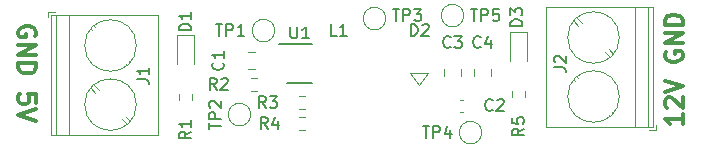
<source format=gto>
%TF.GenerationSoftware,KiCad,Pcbnew,(5.1.10)-1*%
%TF.CreationDate,2021-10-10T23:42:33-04:00*%
%TF.ProjectId,BoostConverter,426f6f73-7443-46f6-9e76-65727465722e,rev?*%
%TF.SameCoordinates,Original*%
%TF.FileFunction,Legend,Top*%
%TF.FilePolarity,Positive*%
%FSLAX46Y46*%
G04 Gerber Fmt 4.6, Leading zero omitted, Abs format (unit mm)*
G04 Created by KiCad (PCBNEW (5.1.10)-1) date 2021-10-10 23:42:33*
%MOMM*%
%LPD*%
G01*
G04 APERTURE LIST*
%ADD10C,0.300000*%
%ADD11C,0.120000*%
%ADD12C,0.150000*%
%ADD13R,0.800000X1.050000*%
%ADD14R,0.630000X0.450000*%
%ADD15C,1.500000*%
%ADD16R,5.994400X2.006600*%
%ADD17C,2.600000*%
%ADD18R,2.600000X2.600000*%
%ADD19R,2.108200X1.422400*%
G04 APERTURE END LIST*
D10*
X189151571Y-106655714D02*
X189151571Y-107512857D01*
X189151571Y-107084285D02*
X187651571Y-107084285D01*
X187865857Y-107227142D01*
X188008714Y-107370000D01*
X188080142Y-107512857D01*
X187794428Y-106084285D02*
X187723000Y-106012857D01*
X187651571Y-105870000D01*
X187651571Y-105512857D01*
X187723000Y-105370000D01*
X187794428Y-105298571D01*
X187937285Y-105227142D01*
X188080142Y-105227142D01*
X188294428Y-105298571D01*
X189151571Y-106155714D01*
X189151571Y-105227142D01*
X187651571Y-104798571D02*
X189151571Y-104298571D01*
X187651571Y-103798571D01*
X187723000Y-101370000D02*
X187651571Y-101512857D01*
X187651571Y-101727142D01*
X187723000Y-101941428D01*
X187865857Y-102084285D01*
X188008714Y-102155714D01*
X188294428Y-102227142D01*
X188508714Y-102227142D01*
X188794428Y-102155714D01*
X188937285Y-102084285D01*
X189080142Y-101941428D01*
X189151571Y-101727142D01*
X189151571Y-101584285D01*
X189080142Y-101370000D01*
X189008714Y-101298571D01*
X188508714Y-101298571D01*
X188508714Y-101584285D01*
X189151571Y-100655714D02*
X187651571Y-100655714D01*
X189151571Y-99798571D01*
X187651571Y-99798571D01*
X189151571Y-99084285D02*
X187651571Y-99084285D01*
X187651571Y-98727142D01*
X187723000Y-98512857D01*
X187865857Y-98370000D01*
X188008714Y-98298571D01*
X188294428Y-98227142D01*
X188508714Y-98227142D01*
X188794428Y-98298571D01*
X188937285Y-98370000D01*
X189080142Y-98512857D01*
X189151571Y-98727142D01*
X189151571Y-99084285D01*
X134354000Y-100052571D02*
X134425428Y-99909714D01*
X134425428Y-99695428D01*
X134354000Y-99481142D01*
X134211142Y-99338285D01*
X134068285Y-99266857D01*
X133782571Y-99195428D01*
X133568285Y-99195428D01*
X133282571Y-99266857D01*
X133139714Y-99338285D01*
X132996857Y-99481142D01*
X132925428Y-99695428D01*
X132925428Y-99838285D01*
X132996857Y-100052571D01*
X133068285Y-100124000D01*
X133568285Y-100124000D01*
X133568285Y-99838285D01*
X132925428Y-100766857D02*
X134425428Y-100766857D01*
X132925428Y-101624000D01*
X134425428Y-101624000D01*
X132925428Y-102338285D02*
X134425428Y-102338285D01*
X134425428Y-102695428D01*
X134354000Y-102909714D01*
X134211142Y-103052571D01*
X134068285Y-103124000D01*
X133782571Y-103195428D01*
X133568285Y-103195428D01*
X133282571Y-103124000D01*
X133139714Y-103052571D01*
X132996857Y-102909714D01*
X132925428Y-102695428D01*
X132925428Y-102338285D01*
X134425428Y-105695428D02*
X134425428Y-104981142D01*
X133711142Y-104909714D01*
X133782571Y-104981142D01*
X133854000Y-105124000D01*
X133854000Y-105481142D01*
X133782571Y-105624000D01*
X133711142Y-105695428D01*
X133568285Y-105766857D01*
X133211142Y-105766857D01*
X133068285Y-105695428D01*
X132996857Y-105624000D01*
X132925428Y-105481142D01*
X132925428Y-105124000D01*
X132996857Y-104981142D01*
X133068285Y-104909714D01*
X134425428Y-106195428D02*
X132925428Y-106695428D01*
X134425428Y-107195428D01*
D11*
%TO.C,C1*%
X152915252Y-102843000D02*
X152392748Y-102843000D01*
X152915252Y-101373000D02*
X152392748Y-101373000D01*
D12*
%TO.C,U1*%
X155693000Y-104012000D02*
X157743000Y-104012000D01*
X154988000Y-100712000D02*
X157743000Y-100712000D01*
D11*
%TO.C,TP5*%
X170622000Y-98298000D02*
G75*
G03*
X170622000Y-98298000I-950000J0D01*
G01*
%TO.C,TP4*%
X172146000Y-108204000D02*
G75*
G03*
X172146000Y-108204000I-950000J0D01*
G01*
%TO.C,TP3*%
X164018000Y-98552000D02*
G75*
G03*
X164018000Y-98552000I-950000J0D01*
G01*
%TO.C,TP2*%
X152588000Y-106680000D02*
G75*
G03*
X152588000Y-106680000I-950000J0D01*
G01*
%TO.C,TP1*%
X154620000Y-99568000D02*
G75*
G03*
X154620000Y-99568000I-950000J0D01*
G01*
%TO.C,R5*%
X174737500Y-105156724D02*
X174737500Y-104647276D01*
X175782500Y-105156724D02*
X175782500Y-104647276D01*
%TO.C,R4*%
X157226724Y-107964500D02*
X156717276Y-107964500D01*
X157226724Y-106919500D02*
X156717276Y-106919500D01*
%TO.C,R3*%
X156717276Y-105141500D02*
X157226724Y-105141500D01*
X156717276Y-106186500D02*
X157226724Y-106186500D01*
%TO.C,R2*%
X152653276Y-103617500D02*
X153162724Y-103617500D01*
X152653276Y-104662500D02*
X153162724Y-104662500D01*
%TO.C,R1*%
X146543500Y-105410724D02*
X146543500Y-104901276D01*
X147588500Y-105410724D02*
X147588500Y-104901276D01*
%TO.C,J2*%
X183790000Y-105156000D02*
G75*
G03*
X183790000Y-105156000I-2180000J0D01*
G01*
X183790000Y-100156000D02*
G75*
G03*
X183790000Y-100156000I-2180000J0D01*
G01*
X186210000Y-107716000D02*
X186210000Y-97596000D01*
X185110000Y-107716000D02*
X185110000Y-97596000D01*
X177550000Y-107716000D02*
X177550000Y-97596000D01*
X186670000Y-107716000D02*
X186670000Y-97596000D01*
X177550000Y-107716000D02*
X186670000Y-107716000D01*
X177550000Y-97596000D02*
X186670000Y-97596000D01*
X180222000Y-103502000D02*
X180329000Y-103609000D01*
X183157000Y-106438000D02*
X183264000Y-106544000D01*
X179956000Y-103768000D02*
X180063000Y-103875000D01*
X182891000Y-106704000D02*
X182998000Y-106810000D01*
X180222000Y-98502000D02*
X180618000Y-98897000D01*
X182884000Y-101163000D02*
X183264000Y-101543000D01*
X179956000Y-98768000D02*
X180336000Y-99148000D01*
X182602000Y-101414000D02*
X182998000Y-101809000D01*
X186270000Y-107956000D02*
X186910000Y-107956000D01*
X186910000Y-107956000D02*
X186910000Y-107556000D01*
%TO.C,J1*%
X142896000Y-100838000D02*
G75*
G03*
X142896000Y-100838000I-2180000J0D01*
G01*
X142896000Y-105838000D02*
G75*
G03*
X142896000Y-105838000I-2180000J0D01*
G01*
X136116000Y-98278000D02*
X136116000Y-108398000D01*
X137216000Y-98278000D02*
X137216000Y-108398000D01*
X144776000Y-98278000D02*
X144776000Y-108398000D01*
X135656000Y-98278000D02*
X135656000Y-108398000D01*
X144776000Y-98278000D02*
X135656000Y-98278000D01*
X144776000Y-108398000D02*
X135656000Y-108398000D01*
X142104000Y-102492000D02*
X141997000Y-102385000D01*
X139169000Y-99556000D02*
X139062000Y-99450000D01*
X142370000Y-102226000D02*
X142263000Y-102119000D01*
X139435000Y-99290000D02*
X139328000Y-99184000D01*
X142104000Y-107492000D02*
X141708000Y-107097000D01*
X139442000Y-104831000D02*
X139062000Y-104451000D01*
X142370000Y-107226000D02*
X141990000Y-106846000D01*
X139724000Y-104580000D02*
X139328000Y-104185000D01*
X136056000Y-98038000D02*
X135416000Y-98038000D01*
X135416000Y-98038000D02*
X135416000Y-98438000D01*
%TO.C,D3*%
X175995000Y-102146000D02*
X175995000Y-99686000D01*
X175995000Y-99686000D02*
X174525000Y-99686000D01*
X174525000Y-99686000D02*
X174525000Y-102146000D01*
%TO.C,D2*%
X166116000Y-103124000D02*
X167640000Y-103124000D01*
X166116000Y-103124000D02*
X166878000Y-104140000D01*
X166878000Y-104140000D02*
X167640000Y-103124000D01*
%TO.C,D1*%
X147801000Y-102400000D02*
X147801000Y-99940000D01*
X147801000Y-99940000D02*
X146331000Y-99940000D01*
X146331000Y-99940000D02*
X146331000Y-102400000D01*
%TO.C,C4*%
X171477000Y-103385252D02*
X171477000Y-102862748D01*
X172947000Y-103385252D02*
X172947000Y-102862748D01*
%TO.C,C3*%
X168937000Y-103385252D02*
X168937000Y-102862748D01*
X170407000Y-103385252D02*
X170407000Y-102862748D01*
%TO.C,C2*%
X170580267Y-106428000D02*
X170287733Y-106428000D01*
X170580267Y-105408000D02*
X170287733Y-105408000D01*
%TO.C,C1*%
D12*
X150217142Y-102274666D02*
X150264761Y-102322285D01*
X150312380Y-102465142D01*
X150312380Y-102560380D01*
X150264761Y-102703238D01*
X150169523Y-102798476D01*
X150074285Y-102846095D01*
X149883809Y-102893714D01*
X149740952Y-102893714D01*
X149550476Y-102846095D01*
X149455238Y-102798476D01*
X149360000Y-102703238D01*
X149312380Y-102560380D01*
X149312380Y-102465142D01*
X149360000Y-102322285D01*
X149407619Y-102274666D01*
X150312380Y-101322285D02*
X150312380Y-101893714D01*
X150312380Y-101608000D02*
X149312380Y-101608000D01*
X149455238Y-101703238D01*
X149550476Y-101798476D01*
X149598095Y-101893714D01*
%TO.C,U1*%
X155956095Y-99239380D02*
X155956095Y-100048904D01*
X156003714Y-100144142D01*
X156051333Y-100191761D01*
X156146571Y-100239380D01*
X156337047Y-100239380D01*
X156432285Y-100191761D01*
X156479904Y-100144142D01*
X156527523Y-100048904D01*
X156527523Y-99239380D01*
X157527523Y-100239380D02*
X156956095Y-100239380D01*
X157241809Y-100239380D02*
X157241809Y-99239380D01*
X157146571Y-99382238D01*
X157051333Y-99477476D01*
X156956095Y-99525095D01*
%TO.C,TP5*%
X171204095Y-97750380D02*
X171775523Y-97750380D01*
X171489809Y-98750380D02*
X171489809Y-97750380D01*
X172108857Y-98750380D02*
X172108857Y-97750380D01*
X172489809Y-97750380D01*
X172585047Y-97798000D01*
X172632666Y-97845619D01*
X172680285Y-97940857D01*
X172680285Y-98083714D01*
X172632666Y-98178952D01*
X172585047Y-98226571D01*
X172489809Y-98274190D01*
X172108857Y-98274190D01*
X173585047Y-97750380D02*
X173108857Y-97750380D01*
X173061238Y-98226571D01*
X173108857Y-98178952D01*
X173204095Y-98131333D01*
X173442190Y-98131333D01*
X173537428Y-98178952D01*
X173585047Y-98226571D01*
X173632666Y-98321809D01*
X173632666Y-98559904D01*
X173585047Y-98655142D01*
X173537428Y-98702761D01*
X173442190Y-98750380D01*
X173204095Y-98750380D01*
X173108857Y-98702761D01*
X173061238Y-98655142D01*
%TO.C,TP4*%
X167140095Y-107656380D02*
X167711523Y-107656380D01*
X167425809Y-108656380D02*
X167425809Y-107656380D01*
X168044857Y-108656380D02*
X168044857Y-107656380D01*
X168425809Y-107656380D01*
X168521047Y-107704000D01*
X168568666Y-107751619D01*
X168616285Y-107846857D01*
X168616285Y-107989714D01*
X168568666Y-108084952D01*
X168521047Y-108132571D01*
X168425809Y-108180190D01*
X168044857Y-108180190D01*
X169473428Y-107989714D02*
X169473428Y-108656380D01*
X169235333Y-107608761D02*
X168997238Y-108323047D01*
X169616285Y-108323047D01*
%TO.C,TP3*%
X164600095Y-97750380D02*
X165171523Y-97750380D01*
X164885809Y-98750380D02*
X164885809Y-97750380D01*
X165504857Y-98750380D02*
X165504857Y-97750380D01*
X165885809Y-97750380D01*
X165981047Y-97798000D01*
X166028666Y-97845619D01*
X166076285Y-97940857D01*
X166076285Y-98083714D01*
X166028666Y-98178952D01*
X165981047Y-98226571D01*
X165885809Y-98274190D01*
X165504857Y-98274190D01*
X166409619Y-97750380D02*
X167028666Y-97750380D01*
X166695333Y-98131333D01*
X166838190Y-98131333D01*
X166933428Y-98178952D01*
X166981047Y-98226571D01*
X167028666Y-98321809D01*
X167028666Y-98559904D01*
X166981047Y-98655142D01*
X166933428Y-98702761D01*
X166838190Y-98750380D01*
X166552476Y-98750380D01*
X166457238Y-98702761D01*
X166409619Y-98655142D01*
%TO.C,TP2*%
X149058380Y-107941904D02*
X149058380Y-107370476D01*
X150058380Y-107656190D02*
X149058380Y-107656190D01*
X150058380Y-107037142D02*
X149058380Y-107037142D01*
X149058380Y-106656190D01*
X149106000Y-106560952D01*
X149153619Y-106513333D01*
X149248857Y-106465714D01*
X149391714Y-106465714D01*
X149486952Y-106513333D01*
X149534571Y-106560952D01*
X149582190Y-106656190D01*
X149582190Y-107037142D01*
X149153619Y-106084761D02*
X149106000Y-106037142D01*
X149058380Y-105941904D01*
X149058380Y-105703809D01*
X149106000Y-105608571D01*
X149153619Y-105560952D01*
X149248857Y-105513333D01*
X149344095Y-105513333D01*
X149486952Y-105560952D01*
X150058380Y-106132380D01*
X150058380Y-105513333D01*
%TO.C,TP1*%
X149614095Y-99020380D02*
X150185523Y-99020380D01*
X149899809Y-100020380D02*
X149899809Y-99020380D01*
X150518857Y-100020380D02*
X150518857Y-99020380D01*
X150899809Y-99020380D01*
X150995047Y-99068000D01*
X151042666Y-99115619D01*
X151090285Y-99210857D01*
X151090285Y-99353714D01*
X151042666Y-99448952D01*
X150995047Y-99496571D01*
X150899809Y-99544190D01*
X150518857Y-99544190D01*
X152042666Y-100020380D02*
X151471238Y-100020380D01*
X151756952Y-100020380D02*
X151756952Y-99020380D01*
X151661714Y-99163238D01*
X151566476Y-99258476D01*
X151471238Y-99306095D01*
%TO.C,R5*%
X175712380Y-107862666D02*
X175236190Y-108196000D01*
X175712380Y-108434095D02*
X174712380Y-108434095D01*
X174712380Y-108053142D01*
X174760000Y-107957904D01*
X174807619Y-107910285D01*
X174902857Y-107862666D01*
X175045714Y-107862666D01*
X175140952Y-107910285D01*
X175188571Y-107957904D01*
X175236190Y-108053142D01*
X175236190Y-108434095D01*
X174712380Y-106957904D02*
X174712380Y-107434095D01*
X175188571Y-107481714D01*
X175140952Y-107434095D01*
X175093333Y-107338857D01*
X175093333Y-107100761D01*
X175140952Y-107005523D01*
X175188571Y-106957904D01*
X175283809Y-106910285D01*
X175521904Y-106910285D01*
X175617142Y-106957904D01*
X175664761Y-107005523D01*
X175712380Y-107100761D01*
X175712380Y-107338857D01*
X175664761Y-107434095D01*
X175617142Y-107481714D01*
%TO.C,R4*%
X154011333Y-107894380D02*
X153678000Y-107418190D01*
X153439904Y-107894380D02*
X153439904Y-106894380D01*
X153820857Y-106894380D01*
X153916095Y-106942000D01*
X153963714Y-106989619D01*
X154011333Y-107084857D01*
X154011333Y-107227714D01*
X153963714Y-107322952D01*
X153916095Y-107370571D01*
X153820857Y-107418190D01*
X153439904Y-107418190D01*
X154868476Y-107227714D02*
X154868476Y-107894380D01*
X154630380Y-106846761D02*
X154392285Y-107561047D01*
X155011333Y-107561047D01*
%TO.C,R3*%
X153860833Y-106116380D02*
X153527500Y-105640190D01*
X153289404Y-106116380D02*
X153289404Y-105116380D01*
X153670357Y-105116380D01*
X153765595Y-105164000D01*
X153813214Y-105211619D01*
X153860833Y-105306857D01*
X153860833Y-105449714D01*
X153813214Y-105544952D01*
X153765595Y-105592571D01*
X153670357Y-105640190D01*
X153289404Y-105640190D01*
X154194166Y-105116380D02*
X154813214Y-105116380D01*
X154479880Y-105497333D01*
X154622738Y-105497333D01*
X154717976Y-105544952D01*
X154765595Y-105592571D01*
X154813214Y-105687809D01*
X154813214Y-105925904D01*
X154765595Y-106021142D01*
X154717976Y-106068761D01*
X154622738Y-106116380D01*
X154337023Y-106116380D01*
X154241785Y-106068761D01*
X154194166Y-106021142D01*
%TO.C,R2*%
X149693333Y-104592380D02*
X149360000Y-104116190D01*
X149121904Y-104592380D02*
X149121904Y-103592380D01*
X149502857Y-103592380D01*
X149598095Y-103640000D01*
X149645714Y-103687619D01*
X149693333Y-103782857D01*
X149693333Y-103925714D01*
X149645714Y-104020952D01*
X149598095Y-104068571D01*
X149502857Y-104116190D01*
X149121904Y-104116190D01*
X150074285Y-103687619D02*
X150121904Y-103640000D01*
X150217142Y-103592380D01*
X150455238Y-103592380D01*
X150550476Y-103640000D01*
X150598095Y-103687619D01*
X150645714Y-103782857D01*
X150645714Y-103878095D01*
X150598095Y-104020952D01*
X150026666Y-104592380D01*
X150645714Y-104592380D01*
%TO.C,R1*%
X147518380Y-108116666D02*
X147042190Y-108450000D01*
X147518380Y-108688095D02*
X146518380Y-108688095D01*
X146518380Y-108307142D01*
X146566000Y-108211904D01*
X146613619Y-108164285D01*
X146708857Y-108116666D01*
X146851714Y-108116666D01*
X146946952Y-108164285D01*
X146994571Y-108211904D01*
X147042190Y-108307142D01*
X147042190Y-108688095D01*
X147518380Y-107164285D02*
X147518380Y-107735714D01*
X147518380Y-107450000D02*
X146518380Y-107450000D01*
X146661238Y-107545238D01*
X146756476Y-107640476D01*
X146804095Y-107735714D01*
%TO.C,L1*%
X159853333Y-100020380D02*
X159377142Y-100020380D01*
X159377142Y-99020380D01*
X160710476Y-100020380D02*
X160139047Y-100020380D01*
X160424761Y-100020380D02*
X160424761Y-99020380D01*
X160329523Y-99163238D01*
X160234285Y-99258476D01*
X160139047Y-99306095D01*
%TO.C,J2*%
X178268380Y-102695333D02*
X178982666Y-102695333D01*
X179125523Y-102742952D01*
X179220761Y-102838190D01*
X179268380Y-102981047D01*
X179268380Y-103076285D01*
X178363619Y-102266761D02*
X178316000Y-102219142D01*
X178268380Y-102123904D01*
X178268380Y-101885809D01*
X178316000Y-101790571D01*
X178363619Y-101742952D01*
X178458857Y-101695333D01*
X178554095Y-101695333D01*
X178696952Y-101742952D01*
X179268380Y-102314380D01*
X179268380Y-101695333D01*
%TO.C,J1*%
X142962380Y-103711333D02*
X143676666Y-103711333D01*
X143819523Y-103758952D01*
X143914761Y-103854190D01*
X143962380Y-103997047D01*
X143962380Y-104092285D01*
X143962380Y-102711333D02*
X143962380Y-103282761D01*
X143962380Y-102997047D02*
X142962380Y-102997047D01*
X143105238Y-103092285D01*
X143200476Y-103187523D01*
X143248095Y-103282761D01*
%TO.C,D3*%
X175578380Y-99197095D02*
X174578380Y-99197095D01*
X174578380Y-98959000D01*
X174626000Y-98816142D01*
X174721238Y-98720904D01*
X174816476Y-98673285D01*
X175006952Y-98625666D01*
X175149809Y-98625666D01*
X175340285Y-98673285D01*
X175435523Y-98720904D01*
X175530761Y-98816142D01*
X175578380Y-98959000D01*
X175578380Y-99197095D01*
X174578380Y-98292333D02*
X174578380Y-97673285D01*
X174959333Y-98006619D01*
X174959333Y-97863761D01*
X175006952Y-97768523D01*
X175054571Y-97720904D01*
X175149809Y-97673285D01*
X175387904Y-97673285D01*
X175483142Y-97720904D01*
X175530761Y-97768523D01*
X175578380Y-97863761D01*
X175578380Y-98149476D01*
X175530761Y-98244714D01*
X175483142Y-98292333D01*
%TO.C,D2*%
X166139904Y-100020380D02*
X166139904Y-99020380D01*
X166378000Y-99020380D01*
X166520857Y-99068000D01*
X166616095Y-99163238D01*
X166663714Y-99258476D01*
X166711333Y-99448952D01*
X166711333Y-99591809D01*
X166663714Y-99782285D01*
X166616095Y-99877523D01*
X166520857Y-99972761D01*
X166378000Y-100020380D01*
X166139904Y-100020380D01*
X167092285Y-99115619D02*
X167139904Y-99068000D01*
X167235142Y-99020380D01*
X167473238Y-99020380D01*
X167568476Y-99068000D01*
X167616095Y-99115619D01*
X167663714Y-99210857D01*
X167663714Y-99306095D01*
X167616095Y-99448952D01*
X167044666Y-100020380D01*
X167663714Y-100020380D01*
%TO.C,D1*%
X147518380Y-99544095D02*
X146518380Y-99544095D01*
X146518380Y-99306000D01*
X146566000Y-99163142D01*
X146661238Y-99067904D01*
X146756476Y-99020285D01*
X146946952Y-98972666D01*
X147089809Y-98972666D01*
X147280285Y-99020285D01*
X147375523Y-99067904D01*
X147470761Y-99163142D01*
X147518380Y-99306000D01*
X147518380Y-99544095D01*
X147518380Y-98020285D02*
X147518380Y-98591714D01*
X147518380Y-98306000D02*
X146518380Y-98306000D01*
X146661238Y-98401238D01*
X146756476Y-98496476D01*
X146804095Y-98591714D01*
%TO.C,C4*%
X172045333Y-100941142D02*
X171997714Y-100988761D01*
X171854857Y-101036380D01*
X171759619Y-101036380D01*
X171616761Y-100988761D01*
X171521523Y-100893523D01*
X171473904Y-100798285D01*
X171426285Y-100607809D01*
X171426285Y-100464952D01*
X171473904Y-100274476D01*
X171521523Y-100179238D01*
X171616761Y-100084000D01*
X171759619Y-100036380D01*
X171854857Y-100036380D01*
X171997714Y-100084000D01*
X172045333Y-100131619D01*
X172902476Y-100369714D02*
X172902476Y-101036380D01*
X172664380Y-99988761D02*
X172426285Y-100703047D01*
X173045333Y-100703047D01*
%TO.C,C3*%
X169505333Y-100941142D02*
X169457714Y-100988761D01*
X169314857Y-101036380D01*
X169219619Y-101036380D01*
X169076761Y-100988761D01*
X168981523Y-100893523D01*
X168933904Y-100798285D01*
X168886285Y-100607809D01*
X168886285Y-100464952D01*
X168933904Y-100274476D01*
X168981523Y-100179238D01*
X169076761Y-100084000D01*
X169219619Y-100036380D01*
X169314857Y-100036380D01*
X169457714Y-100084000D01*
X169505333Y-100131619D01*
X169838666Y-100036380D02*
X170457714Y-100036380D01*
X170124380Y-100417333D01*
X170267238Y-100417333D01*
X170362476Y-100464952D01*
X170410095Y-100512571D01*
X170457714Y-100607809D01*
X170457714Y-100845904D01*
X170410095Y-100941142D01*
X170362476Y-100988761D01*
X170267238Y-101036380D01*
X169981523Y-101036380D01*
X169886285Y-100988761D01*
X169838666Y-100941142D01*
%TO.C,C2*%
X173061333Y-106275142D02*
X173013714Y-106322761D01*
X172870857Y-106370380D01*
X172775619Y-106370380D01*
X172632761Y-106322761D01*
X172537523Y-106227523D01*
X172489904Y-106132285D01*
X172442285Y-105941809D01*
X172442285Y-105798952D01*
X172489904Y-105608476D01*
X172537523Y-105513238D01*
X172632761Y-105418000D01*
X172775619Y-105370380D01*
X172870857Y-105370380D01*
X173013714Y-105418000D01*
X173061333Y-105465619D01*
X173442285Y-105465619D02*
X173489904Y-105418000D01*
X173585142Y-105370380D01*
X173823238Y-105370380D01*
X173918476Y-105418000D01*
X173966095Y-105465619D01*
X174013714Y-105560857D01*
X174013714Y-105656095D01*
X173966095Y-105798952D01*
X173394666Y-106370380D01*
X174013714Y-106370380D01*
%TD*%
%LPC*%
%TO.C,C1*%
G36*
G01*
X152204000Y-101633000D02*
X152204000Y-102583000D01*
G75*
G02*
X151954000Y-102833000I-250000J0D01*
G01*
X151279000Y-102833000D01*
G75*
G02*
X151029000Y-102583000I0J250000D01*
G01*
X151029000Y-101633000D01*
G75*
G02*
X151279000Y-101383000I250000J0D01*
G01*
X151954000Y-101383000D01*
G75*
G02*
X152204000Y-101633000I0J-250000D01*
G01*
G37*
G36*
G01*
X154279000Y-101633000D02*
X154279000Y-102583000D01*
G75*
G02*
X154029000Y-102833000I-250000J0D01*
G01*
X153354000Y-102833000D01*
G75*
G02*
X153104000Y-102583000I0J250000D01*
G01*
X153104000Y-101633000D01*
G75*
G02*
X153354000Y-101383000I250000J0D01*
G01*
X154029000Y-101383000D01*
G75*
G02*
X154279000Y-101633000I0J-250000D01*
G01*
G37*
%TD*%
D13*
%TO.C,U1*%
X156318000Y-101837000D03*
X156318000Y-102887000D03*
X157118000Y-101837000D03*
X157118000Y-102887000D03*
D14*
X158058000Y-101412000D03*
X158058000Y-102362000D03*
X158058000Y-103312000D03*
X155378000Y-103312000D03*
X155378000Y-102362000D03*
X155378000Y-101412000D03*
%TD*%
D15*
%TO.C,TP5*%
X169672000Y-98298000D03*
%TD*%
%TO.C,TP4*%
X171196000Y-108204000D03*
%TD*%
%TO.C,TP3*%
X163068000Y-98552000D03*
%TD*%
%TO.C,TP2*%
X151638000Y-106680000D03*
%TD*%
%TO.C,TP1*%
X153670000Y-99568000D03*
%TD*%
%TO.C,R5*%
G36*
G01*
X175497500Y-104477000D02*
X175022500Y-104477000D01*
G75*
G02*
X174785000Y-104239500I0J237500D01*
G01*
X174785000Y-103739500D01*
G75*
G02*
X175022500Y-103502000I237500J0D01*
G01*
X175497500Y-103502000D01*
G75*
G02*
X175735000Y-103739500I0J-237500D01*
G01*
X175735000Y-104239500D01*
G75*
G02*
X175497500Y-104477000I-237500J0D01*
G01*
G37*
G36*
G01*
X175497500Y-106302000D02*
X175022500Y-106302000D01*
G75*
G02*
X174785000Y-106064500I0J237500D01*
G01*
X174785000Y-105564500D01*
G75*
G02*
X175022500Y-105327000I237500J0D01*
G01*
X175497500Y-105327000D01*
G75*
G02*
X175735000Y-105564500I0J-237500D01*
G01*
X175735000Y-106064500D01*
G75*
G02*
X175497500Y-106302000I-237500J0D01*
G01*
G37*
%TD*%
%TO.C,R4*%
G36*
G01*
X156547000Y-107204500D02*
X156547000Y-107679500D01*
G75*
G02*
X156309500Y-107917000I-237500J0D01*
G01*
X155809500Y-107917000D01*
G75*
G02*
X155572000Y-107679500I0J237500D01*
G01*
X155572000Y-107204500D01*
G75*
G02*
X155809500Y-106967000I237500J0D01*
G01*
X156309500Y-106967000D01*
G75*
G02*
X156547000Y-107204500I0J-237500D01*
G01*
G37*
G36*
G01*
X158372000Y-107204500D02*
X158372000Y-107679500D01*
G75*
G02*
X158134500Y-107917000I-237500J0D01*
G01*
X157634500Y-107917000D01*
G75*
G02*
X157397000Y-107679500I0J237500D01*
G01*
X157397000Y-107204500D01*
G75*
G02*
X157634500Y-106967000I237500J0D01*
G01*
X158134500Y-106967000D01*
G75*
G02*
X158372000Y-107204500I0J-237500D01*
G01*
G37*
%TD*%
%TO.C,R3*%
G36*
G01*
X157397000Y-105901500D02*
X157397000Y-105426500D01*
G75*
G02*
X157634500Y-105189000I237500J0D01*
G01*
X158134500Y-105189000D01*
G75*
G02*
X158372000Y-105426500I0J-237500D01*
G01*
X158372000Y-105901500D01*
G75*
G02*
X158134500Y-106139000I-237500J0D01*
G01*
X157634500Y-106139000D01*
G75*
G02*
X157397000Y-105901500I0J237500D01*
G01*
G37*
G36*
G01*
X155572000Y-105901500D02*
X155572000Y-105426500D01*
G75*
G02*
X155809500Y-105189000I237500J0D01*
G01*
X156309500Y-105189000D01*
G75*
G02*
X156547000Y-105426500I0J-237500D01*
G01*
X156547000Y-105901500D01*
G75*
G02*
X156309500Y-106139000I-237500J0D01*
G01*
X155809500Y-106139000D01*
G75*
G02*
X155572000Y-105901500I0J237500D01*
G01*
G37*
%TD*%
%TO.C,R2*%
G36*
G01*
X153333000Y-104377500D02*
X153333000Y-103902500D01*
G75*
G02*
X153570500Y-103665000I237500J0D01*
G01*
X154070500Y-103665000D01*
G75*
G02*
X154308000Y-103902500I0J-237500D01*
G01*
X154308000Y-104377500D01*
G75*
G02*
X154070500Y-104615000I-237500J0D01*
G01*
X153570500Y-104615000D01*
G75*
G02*
X153333000Y-104377500I0J237500D01*
G01*
G37*
G36*
G01*
X151508000Y-104377500D02*
X151508000Y-103902500D01*
G75*
G02*
X151745500Y-103665000I237500J0D01*
G01*
X152245500Y-103665000D01*
G75*
G02*
X152483000Y-103902500I0J-237500D01*
G01*
X152483000Y-104377500D01*
G75*
G02*
X152245500Y-104615000I-237500J0D01*
G01*
X151745500Y-104615000D01*
G75*
G02*
X151508000Y-104377500I0J237500D01*
G01*
G37*
%TD*%
%TO.C,R1*%
G36*
G01*
X147303500Y-104731000D02*
X146828500Y-104731000D01*
G75*
G02*
X146591000Y-104493500I0J237500D01*
G01*
X146591000Y-103993500D01*
G75*
G02*
X146828500Y-103756000I237500J0D01*
G01*
X147303500Y-103756000D01*
G75*
G02*
X147541000Y-103993500I0J-237500D01*
G01*
X147541000Y-104493500D01*
G75*
G02*
X147303500Y-104731000I-237500J0D01*
G01*
G37*
G36*
G01*
X147303500Y-106556000D02*
X146828500Y-106556000D01*
G75*
G02*
X146591000Y-106318500I0J237500D01*
G01*
X146591000Y-105818500D01*
G75*
G02*
X146828500Y-105581000I237500J0D01*
G01*
X147303500Y-105581000D01*
G75*
G02*
X147541000Y-105818500I0J-237500D01*
G01*
X147541000Y-106318500D01*
G75*
G02*
X147303500Y-106556000I-237500J0D01*
G01*
G37*
%TD*%
D16*
%TO.C,L1*%
X162052000Y-101346000D03*
X162052000Y-105664000D03*
%TD*%
D17*
%TO.C,J2*%
X181610000Y-100156000D03*
D18*
X181610000Y-105156000D03*
%TD*%
D17*
%TO.C,J1*%
X140716000Y-105838000D03*
D18*
X140716000Y-100838000D03*
%TD*%
%TO.C,D3*%
G36*
G01*
X175022500Y-101696000D02*
X175497500Y-101696000D01*
G75*
G02*
X175735000Y-101933500I0J-237500D01*
G01*
X175735000Y-102508500D01*
G75*
G02*
X175497500Y-102746000I-237500J0D01*
G01*
X175022500Y-102746000D01*
G75*
G02*
X174785000Y-102508500I0J237500D01*
G01*
X174785000Y-101933500D01*
G75*
G02*
X175022500Y-101696000I237500J0D01*
G01*
G37*
G36*
G01*
X175022500Y-99946000D02*
X175497500Y-99946000D01*
G75*
G02*
X175735000Y-100183500I0J-237500D01*
G01*
X175735000Y-100758500D01*
G75*
G02*
X175497500Y-100996000I-237500J0D01*
G01*
X175022500Y-100996000D01*
G75*
G02*
X174785000Y-100758500I0J237500D01*
G01*
X174785000Y-100183500D01*
G75*
G02*
X175022500Y-99946000I237500J0D01*
G01*
G37*
%TD*%
D19*
%TO.C,D2*%
X166878000Y-101264720D03*
X166878000Y-105664000D03*
%TD*%
%TO.C,D1*%
G36*
G01*
X146828500Y-101950000D02*
X147303500Y-101950000D01*
G75*
G02*
X147541000Y-102187500I0J-237500D01*
G01*
X147541000Y-102762500D01*
G75*
G02*
X147303500Y-103000000I-237500J0D01*
G01*
X146828500Y-103000000D01*
G75*
G02*
X146591000Y-102762500I0J237500D01*
G01*
X146591000Y-102187500D01*
G75*
G02*
X146828500Y-101950000I237500J0D01*
G01*
G37*
G36*
G01*
X146828500Y-100200000D02*
X147303500Y-100200000D01*
G75*
G02*
X147541000Y-100437500I0J-237500D01*
G01*
X147541000Y-101012500D01*
G75*
G02*
X147303500Y-101250000I-237500J0D01*
G01*
X146828500Y-101250000D01*
G75*
G02*
X146591000Y-101012500I0J237500D01*
G01*
X146591000Y-100437500D01*
G75*
G02*
X146828500Y-100200000I237500J0D01*
G01*
G37*
%TD*%
%TO.C,C4*%
G36*
G01*
X172687000Y-102674000D02*
X171737000Y-102674000D01*
G75*
G02*
X171487000Y-102424000I0J250000D01*
G01*
X171487000Y-101749000D01*
G75*
G02*
X171737000Y-101499000I250000J0D01*
G01*
X172687000Y-101499000D01*
G75*
G02*
X172937000Y-101749000I0J-250000D01*
G01*
X172937000Y-102424000D01*
G75*
G02*
X172687000Y-102674000I-250000J0D01*
G01*
G37*
G36*
G01*
X172687000Y-104749000D02*
X171737000Y-104749000D01*
G75*
G02*
X171487000Y-104499000I0J250000D01*
G01*
X171487000Y-103824000D01*
G75*
G02*
X171737000Y-103574000I250000J0D01*
G01*
X172687000Y-103574000D01*
G75*
G02*
X172937000Y-103824000I0J-250000D01*
G01*
X172937000Y-104499000D01*
G75*
G02*
X172687000Y-104749000I-250000J0D01*
G01*
G37*
%TD*%
%TO.C,C3*%
G36*
G01*
X170147000Y-102674000D02*
X169197000Y-102674000D01*
G75*
G02*
X168947000Y-102424000I0J250000D01*
G01*
X168947000Y-101749000D01*
G75*
G02*
X169197000Y-101499000I250000J0D01*
G01*
X170147000Y-101499000D01*
G75*
G02*
X170397000Y-101749000I0J-250000D01*
G01*
X170397000Y-102424000D01*
G75*
G02*
X170147000Y-102674000I-250000J0D01*
G01*
G37*
G36*
G01*
X170147000Y-104749000D02*
X169197000Y-104749000D01*
G75*
G02*
X168947000Y-104499000I0J250000D01*
G01*
X168947000Y-103824000D01*
G75*
G02*
X169197000Y-103574000I250000J0D01*
G01*
X170147000Y-103574000D01*
G75*
G02*
X170397000Y-103824000I0J-250000D01*
G01*
X170397000Y-104499000D01*
G75*
G02*
X170147000Y-104749000I-250000J0D01*
G01*
G37*
%TD*%
%TO.C,C2*%
G36*
G01*
X170109000Y-105680500D02*
X170109000Y-106155500D01*
G75*
G02*
X169871500Y-106393000I-237500J0D01*
G01*
X169271500Y-106393000D01*
G75*
G02*
X169034000Y-106155500I0J237500D01*
G01*
X169034000Y-105680500D01*
G75*
G02*
X169271500Y-105443000I237500J0D01*
G01*
X169871500Y-105443000D01*
G75*
G02*
X170109000Y-105680500I0J-237500D01*
G01*
G37*
G36*
G01*
X171834000Y-105680500D02*
X171834000Y-106155500D01*
G75*
G02*
X171596500Y-106393000I-237500J0D01*
G01*
X170996500Y-106393000D01*
G75*
G02*
X170759000Y-106155500I0J237500D01*
G01*
X170759000Y-105680500D01*
G75*
G02*
X170996500Y-105443000I237500J0D01*
G01*
X171596500Y-105443000D01*
G75*
G02*
X171834000Y-105680500I0J-237500D01*
G01*
G37*
%TD*%
M02*

</source>
